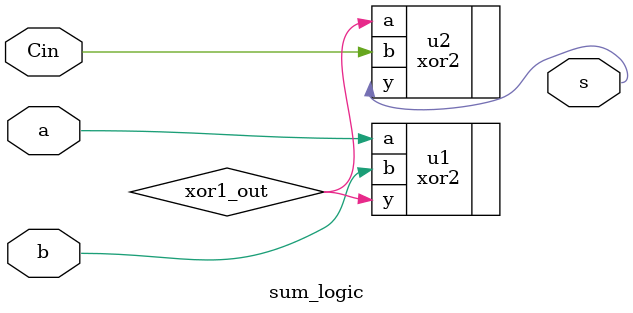
<source format=sv>
module sum_logic (
    input logic a,
    input logic b,
    input logic Cin,
    output logic s
);

    logic xor1_out;  

	xor2 u1 (
		.a(a), 
		.b(b), 
		.y(xor1_out)
	); 

	xor2 u2 (
		.a(xor1_out), 
		.b(Cin), 
		.y(s)
	); 

endmodule

</source>
